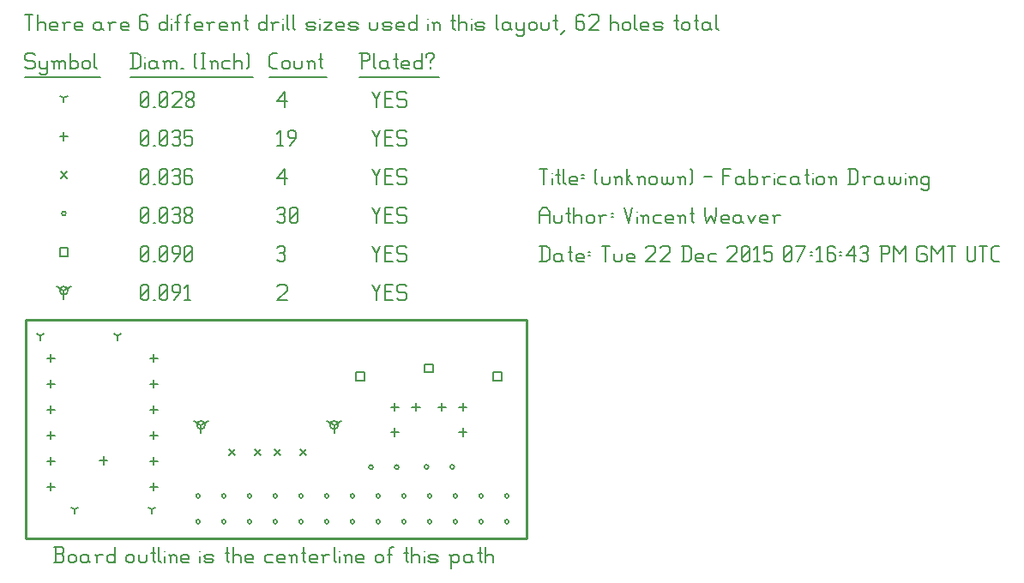
<source format=gbr>
G04 start of page 17 for group -3984 idx -3984 *
G04 Title: (unknown), fab *
G04 Creator: pcb 20140316 *
G04 CreationDate: Tue 22 Dec 2015 07:16:43 PM GMT UTC *
G04 For: vince *
G04 Format: Gerber/RS-274X *
G04 PCB-Dimensions (mil): 1950.00 850.00 *
G04 PCB-Coordinate-Origin: lower left *
%MOIN*%
%FSLAX25Y25*%
%LNFAB*%
%ADD127C,0.0100*%
%ADD126C,0.0075*%
%ADD125C,0.0060*%
%ADD124C,0.0080*%
G54D124*X120050Y44000D02*Y40800D01*
Y44000D02*X122823Y45600D01*
X120050Y44000D02*X117277Y45600D01*
X118450Y44000D02*G75*G03X121650Y44000I1600J0D01*G01*
G75*G03X118450Y44000I-1600J0D01*G01*
X68350D02*Y40800D01*
Y44000D02*X71123Y45600D01*
X68350Y44000D02*X65577Y45600D01*
X66750Y44000D02*G75*G03X69950Y44000I1600J0D01*G01*
G75*G03X66750Y44000I-1600J0D01*G01*
X15000Y96250D02*Y93050D01*
Y96250D02*X17773Y97850D01*
X15000Y96250D02*X12227Y97850D01*
X13400Y96250D02*G75*G03X16600Y96250I1600J0D01*G01*
G75*G03X13400Y96250I-1600J0D01*G01*
G54D125*X135000Y98500D02*X136500Y95500D01*
X138000Y98500D01*
X136500Y95500D02*Y92500D01*
X139800Y95800D02*X142050D01*
X139800Y92500D02*X142800D01*
X139800Y98500D02*Y92500D01*
Y98500D02*X142800D01*
X147600D02*X148350Y97750D01*
X145350Y98500D02*X147600D01*
X144600Y97750D02*X145350Y98500D01*
X144600Y97750D02*Y96250D01*
X145350Y95500D01*
X147600D01*
X148350Y94750D01*
Y93250D01*
X147600Y92500D02*X148350Y93250D01*
X145350Y92500D02*X147600D01*
X144600Y93250D02*X145350Y92500D01*
X98000Y97750D02*X98750Y98500D01*
X101000D01*
X101750Y97750D01*
Y96250D01*
X98000Y92500D02*X101750Y96250D01*
X98000Y92500D02*X101750D01*
X45000Y93250D02*X45750Y92500D01*
X45000Y97750D02*Y93250D01*
Y97750D02*X45750Y98500D01*
X47250D01*
X48000Y97750D01*
Y93250D01*
X47250Y92500D02*X48000Y93250D01*
X45750Y92500D02*X47250D01*
X45000Y94000D02*X48000Y97000D01*
X49800Y92500D02*X50550D01*
X52350Y93250D02*X53100Y92500D01*
X52350Y97750D02*Y93250D01*
Y97750D02*X53100Y98500D01*
X54600D01*
X55350Y97750D01*
Y93250D01*
X54600Y92500D02*X55350Y93250D01*
X53100Y92500D02*X54600D01*
X52350Y94000D02*X55350Y97000D01*
X57900Y92500D02*X60150Y95500D01*
Y97750D02*Y95500D01*
X59400Y98500D02*X60150Y97750D01*
X57900Y98500D02*X59400D01*
X57150Y97750D02*X57900Y98500D01*
X57150Y97750D02*Y96250D01*
X57900Y95500D01*
X60150D01*
X61950Y97300D02*X63150Y98500D01*
Y92500D01*
X61950D02*X64200D01*
X155300Y67600D02*X158500D01*
X155300D02*Y64400D01*
X158500D01*
Y67600D02*Y64400D01*
X128700D02*X131900D01*
X128700D02*Y61200D01*
X131900D01*
Y64400D02*Y61200D01*
X181900Y64400D02*X185100D01*
X181900D02*Y61200D01*
X185100D01*
Y64400D02*Y61200D01*
X13400Y112850D02*X16600D01*
X13400D02*Y109650D01*
X16600D01*
Y112850D02*Y109650D01*
X135000Y113500D02*X136500Y110500D01*
X138000Y113500D01*
X136500Y110500D02*Y107500D01*
X139800Y110800D02*X142050D01*
X139800Y107500D02*X142800D01*
X139800Y113500D02*Y107500D01*
Y113500D02*X142800D01*
X147600D02*X148350Y112750D01*
X145350Y113500D02*X147600D01*
X144600Y112750D02*X145350Y113500D01*
X144600Y112750D02*Y111250D01*
X145350Y110500D01*
X147600D01*
X148350Y109750D01*
Y108250D01*
X147600Y107500D02*X148350Y108250D01*
X145350Y107500D02*X147600D01*
X144600Y108250D02*X145350Y107500D01*
X98000Y112750D02*X98750Y113500D01*
X100250D01*
X101000Y112750D01*
X100250Y107500D02*X101000Y108250D01*
X98750Y107500D02*X100250D01*
X98000Y108250D02*X98750Y107500D01*
Y110800D02*X100250D01*
X101000Y112750D02*Y111550D01*
Y110050D02*Y108250D01*
Y110050D02*X100250Y110800D01*
X101000Y111550D02*X100250Y110800D01*
X45000Y108250D02*X45750Y107500D01*
X45000Y112750D02*Y108250D01*
Y112750D02*X45750Y113500D01*
X47250D01*
X48000Y112750D01*
Y108250D01*
X47250Y107500D02*X48000Y108250D01*
X45750Y107500D02*X47250D01*
X45000Y109000D02*X48000Y112000D01*
X49800Y107500D02*X50550D01*
X52350Y108250D02*X53100Y107500D01*
X52350Y112750D02*Y108250D01*
Y112750D02*X53100Y113500D01*
X54600D01*
X55350Y112750D01*
Y108250D01*
X54600Y107500D02*X55350Y108250D01*
X53100Y107500D02*X54600D01*
X52350Y109000D02*X55350Y112000D01*
X57900Y107500D02*X60150Y110500D01*
Y112750D02*Y110500D01*
X59400Y113500D02*X60150Y112750D01*
X57900Y113500D02*X59400D01*
X57150Y112750D02*X57900Y113500D01*
X57150Y112750D02*Y111250D01*
X57900Y110500D01*
X60150D01*
X61950Y108250D02*X62700Y107500D01*
X61950Y112750D02*Y108250D01*
Y112750D02*X62700Y113500D01*
X64200D01*
X64950Y112750D01*
Y108250D01*
X64200Y107500D02*X64950Y108250D01*
X62700Y107500D02*X64200D01*
X61950Y109000D02*X64950Y112000D01*
X155200Y27700D02*G75*G03X156800Y27700I800J0D01*G01*
G75*G03X155200Y27700I-800J0D01*G01*
X165200D02*G75*G03X166800Y27700I800J0D01*G01*
G75*G03X165200Y27700I-800J0D01*G01*
X133600Y27600D02*G75*G03X135200Y27600I800J0D01*G01*
G75*G03X133600Y27600I-800J0D01*G01*
X143600D02*G75*G03X145200Y27600I800J0D01*G01*
G75*G03X143600Y27600I-800J0D01*G01*
X66400Y6400D02*G75*G03X68000Y6400I800J0D01*G01*
G75*G03X66400Y6400I-800J0D01*G01*
Y16400D02*G75*G03X68000Y16400I800J0D01*G01*
G75*G03X66400Y16400I-800J0D01*G01*
X76400Y6400D02*G75*G03X78000Y6400I800J0D01*G01*
G75*G03X76400Y6400I-800J0D01*G01*
Y16400D02*G75*G03X78000Y16400I800J0D01*G01*
G75*G03X76400Y16400I-800J0D01*G01*
X86400Y6400D02*G75*G03X88000Y6400I800J0D01*G01*
G75*G03X86400Y6400I-800J0D01*G01*
Y16400D02*G75*G03X88000Y16400I800J0D01*G01*
G75*G03X86400Y16400I-800J0D01*G01*
X96400Y6400D02*G75*G03X98000Y6400I800J0D01*G01*
G75*G03X96400Y6400I-800J0D01*G01*
Y16400D02*G75*G03X98000Y16400I800J0D01*G01*
G75*G03X96400Y16400I-800J0D01*G01*
X106400Y6400D02*G75*G03X108000Y6400I800J0D01*G01*
G75*G03X106400Y6400I-800J0D01*G01*
Y16400D02*G75*G03X108000Y16400I800J0D01*G01*
G75*G03X106400Y16400I-800J0D01*G01*
X116400Y6400D02*G75*G03X118000Y6400I800J0D01*G01*
G75*G03X116400Y6400I-800J0D01*G01*
Y16400D02*G75*G03X118000Y16400I800J0D01*G01*
G75*G03X116400Y16400I-800J0D01*G01*
X126400Y6400D02*G75*G03X128000Y6400I800J0D01*G01*
G75*G03X126400Y6400I-800J0D01*G01*
Y16400D02*G75*G03X128000Y16400I800J0D01*G01*
G75*G03X126400Y16400I-800J0D01*G01*
X136400Y6400D02*G75*G03X138000Y6400I800J0D01*G01*
G75*G03X136400Y6400I-800J0D01*G01*
Y16400D02*G75*G03X138000Y16400I800J0D01*G01*
G75*G03X136400Y16400I-800J0D01*G01*
X146400Y6400D02*G75*G03X148000Y6400I800J0D01*G01*
G75*G03X146400Y6400I-800J0D01*G01*
Y16400D02*G75*G03X148000Y16400I800J0D01*G01*
G75*G03X146400Y16400I-800J0D01*G01*
X156400Y6400D02*G75*G03X158000Y6400I800J0D01*G01*
G75*G03X156400Y6400I-800J0D01*G01*
Y16400D02*G75*G03X158000Y16400I800J0D01*G01*
G75*G03X156400Y16400I-800J0D01*G01*
X166400Y6400D02*G75*G03X168000Y6400I800J0D01*G01*
G75*G03X166400Y6400I-800J0D01*G01*
Y16400D02*G75*G03X168000Y16400I800J0D01*G01*
G75*G03X166400Y16400I-800J0D01*G01*
X176400Y6400D02*G75*G03X178000Y6400I800J0D01*G01*
G75*G03X176400Y6400I-800J0D01*G01*
Y16400D02*G75*G03X178000Y16400I800J0D01*G01*
G75*G03X176400Y16400I-800J0D01*G01*
X186400Y6400D02*G75*G03X188000Y6400I800J0D01*G01*
G75*G03X186400Y6400I-800J0D01*G01*
Y16400D02*G75*G03X188000Y16400I800J0D01*G01*
G75*G03X186400Y16400I-800J0D01*G01*
X14200Y126250D02*G75*G03X15800Y126250I800J0D01*G01*
G75*G03X14200Y126250I-800J0D01*G01*
X135000Y128500D02*X136500Y125500D01*
X138000Y128500D01*
X136500Y125500D02*Y122500D01*
X139800Y125800D02*X142050D01*
X139800Y122500D02*X142800D01*
X139800Y128500D02*Y122500D01*
Y128500D02*X142800D01*
X147600D02*X148350Y127750D01*
X145350Y128500D02*X147600D01*
X144600Y127750D02*X145350Y128500D01*
X144600Y127750D02*Y126250D01*
X145350Y125500D01*
X147600D01*
X148350Y124750D01*
Y123250D01*
X147600Y122500D02*X148350Y123250D01*
X145350Y122500D02*X147600D01*
X144600Y123250D02*X145350Y122500D01*
X98000Y127750D02*X98750Y128500D01*
X100250D01*
X101000Y127750D01*
X100250Y122500D02*X101000Y123250D01*
X98750Y122500D02*X100250D01*
X98000Y123250D02*X98750Y122500D01*
Y125800D02*X100250D01*
X101000Y127750D02*Y126550D01*
Y125050D02*Y123250D01*
Y125050D02*X100250Y125800D01*
X101000Y126550D02*X100250Y125800D01*
X102800Y123250D02*X103550Y122500D01*
X102800Y127750D02*Y123250D01*
Y127750D02*X103550Y128500D01*
X105050D01*
X105800Y127750D01*
Y123250D01*
X105050Y122500D02*X105800Y123250D01*
X103550Y122500D02*X105050D01*
X102800Y124000D02*X105800Y127000D01*
X45000Y123250D02*X45750Y122500D01*
X45000Y127750D02*Y123250D01*
Y127750D02*X45750Y128500D01*
X47250D01*
X48000Y127750D01*
Y123250D01*
X47250Y122500D02*X48000Y123250D01*
X45750Y122500D02*X47250D01*
X45000Y124000D02*X48000Y127000D01*
X49800Y122500D02*X50550D01*
X52350Y123250D02*X53100Y122500D01*
X52350Y127750D02*Y123250D01*
Y127750D02*X53100Y128500D01*
X54600D01*
X55350Y127750D01*
Y123250D01*
X54600Y122500D02*X55350Y123250D01*
X53100Y122500D02*X54600D01*
X52350Y124000D02*X55350Y127000D01*
X57150Y127750D02*X57900Y128500D01*
X59400D01*
X60150Y127750D01*
X59400Y122500D02*X60150Y123250D01*
X57900Y122500D02*X59400D01*
X57150Y123250D02*X57900Y122500D01*
Y125800D02*X59400D01*
X60150Y127750D02*Y126550D01*
Y125050D02*Y123250D01*
Y125050D02*X59400Y125800D01*
X60150Y126550D02*X59400Y125800D01*
X61950Y123250D02*X62700Y122500D01*
X61950Y124450D02*Y123250D01*
Y124450D02*X63000Y125500D01*
X63900D01*
X64950Y124450D01*
Y123250D01*
X64200Y122500D02*X64950Y123250D01*
X62700Y122500D02*X64200D01*
X61950Y126550D02*X63000Y125500D01*
X61950Y127750D02*Y126550D01*
Y127750D02*X62700Y128500D01*
X64200D01*
X64950Y127750D01*
Y126550D01*
X63900Y125500D02*X64950Y126550D01*
X106750Y34500D02*X109150Y32100D01*
X106750D02*X109150Y34500D01*
X96950D02*X99350Y32100D01*
X96950D02*X99350Y34500D01*
X89050D02*X91450Y32100D01*
X89050D02*X91450Y34500D01*
X79250D02*X81650Y32100D01*
X79250D02*X81650Y34500D01*
X13800Y142450D02*X16200Y140050D01*
X13800D02*X16200Y142450D01*
X135000Y143500D02*X136500Y140500D01*
X138000Y143500D01*
X136500Y140500D02*Y137500D01*
X139800Y140800D02*X142050D01*
X139800Y137500D02*X142800D01*
X139800Y143500D02*Y137500D01*
Y143500D02*X142800D01*
X147600D02*X148350Y142750D01*
X145350Y143500D02*X147600D01*
X144600Y142750D02*X145350Y143500D01*
X144600Y142750D02*Y141250D01*
X145350Y140500D01*
X147600D01*
X148350Y139750D01*
Y138250D01*
X147600Y137500D02*X148350Y138250D01*
X145350Y137500D02*X147600D01*
X144600Y138250D02*X145350Y137500D01*
X98000Y139750D02*X101000Y143500D01*
X98000Y139750D02*X101750D01*
X101000Y143500D02*Y137500D01*
X45000Y138250D02*X45750Y137500D01*
X45000Y142750D02*Y138250D01*
Y142750D02*X45750Y143500D01*
X47250D01*
X48000Y142750D01*
Y138250D01*
X47250Y137500D02*X48000Y138250D01*
X45750Y137500D02*X47250D01*
X45000Y139000D02*X48000Y142000D01*
X49800Y137500D02*X50550D01*
X52350Y138250D02*X53100Y137500D01*
X52350Y142750D02*Y138250D01*
Y142750D02*X53100Y143500D01*
X54600D01*
X55350Y142750D01*
Y138250D01*
X54600Y137500D02*X55350Y138250D01*
X53100Y137500D02*X54600D01*
X52350Y139000D02*X55350Y142000D01*
X57150Y142750D02*X57900Y143500D01*
X59400D01*
X60150Y142750D01*
X59400Y137500D02*X60150Y138250D01*
X57900Y137500D02*X59400D01*
X57150Y138250D02*X57900Y137500D01*
Y140800D02*X59400D01*
X60150Y142750D02*Y141550D01*
Y140050D02*Y138250D01*
Y140050D02*X59400Y140800D01*
X60150Y141550D02*X59400Y140800D01*
X64200Y143500D02*X64950Y142750D01*
X62700Y143500D02*X64200D01*
X61950Y142750D02*X62700Y143500D01*
X61950Y142750D02*Y138250D01*
X62700Y137500D01*
X64200Y140800D02*X64950Y140050D01*
X61950Y140800D02*X64200D01*
X62700Y137500D02*X64200D01*
X64950Y138250D01*
Y140050D02*Y138250D01*
X151800Y52600D02*Y49400D01*
X150200Y51000D02*X153400D01*
X143700Y52600D02*Y49400D01*
X142100Y51000D02*X145300D01*
X143700Y42800D02*Y39600D01*
X142100Y41200D02*X145300D01*
X162000Y52600D02*Y49400D01*
X160400Y51000D02*X163600D01*
X170100Y52600D02*Y49400D01*
X168500Y51000D02*X171700D01*
X170100Y42800D02*Y39600D01*
X168500Y41200D02*X171700D01*
X10000Y71600D02*Y68400D01*
X8400Y70000D02*X11600D01*
X10000Y61600D02*Y58400D01*
X8400Y60000D02*X11600D01*
X10000Y51600D02*Y48400D01*
X8400Y50000D02*X11600D01*
X10000Y41600D02*Y38400D01*
X8400Y40000D02*X11600D01*
X10000Y31600D02*Y28400D01*
X8400Y30000D02*X11600D01*
X10000Y21600D02*Y18400D01*
X8400Y20000D02*X11600D01*
X50000Y21600D02*Y18400D01*
X48400Y20000D02*X51600D01*
X50000Y31600D02*Y28400D01*
X48400Y30000D02*X51600D01*
X50000Y41600D02*Y38400D01*
X48400Y40000D02*X51600D01*
X50000Y51600D02*Y48400D01*
X48400Y50000D02*X51600D01*
X50000Y61600D02*Y58400D01*
X48400Y60000D02*X51600D01*
X50000Y71600D02*Y68400D01*
X48400Y70000D02*X51600D01*
X30400Y31900D02*Y28700D01*
X28800Y30300D02*X32000D01*
X15000Y157850D02*Y154650D01*
X13400Y156250D02*X16600D01*
X135000Y158500D02*X136500Y155500D01*
X138000Y158500D01*
X136500Y155500D02*Y152500D01*
X139800Y155800D02*X142050D01*
X139800Y152500D02*X142800D01*
X139800Y158500D02*Y152500D01*
Y158500D02*X142800D01*
X147600D02*X148350Y157750D01*
X145350Y158500D02*X147600D01*
X144600Y157750D02*X145350Y158500D01*
X144600Y157750D02*Y156250D01*
X145350Y155500D01*
X147600D01*
X148350Y154750D01*
Y153250D01*
X147600Y152500D02*X148350Y153250D01*
X145350Y152500D02*X147600D01*
X144600Y153250D02*X145350Y152500D01*
X98000Y157300D02*X99200Y158500D01*
Y152500D01*
X98000D02*X100250D01*
X102800D02*X105050Y155500D01*
Y157750D02*Y155500D01*
X104300Y158500D02*X105050Y157750D01*
X102800Y158500D02*X104300D01*
X102050Y157750D02*X102800Y158500D01*
X102050Y157750D02*Y156250D01*
X102800Y155500D01*
X105050D01*
X45000Y153250D02*X45750Y152500D01*
X45000Y157750D02*Y153250D01*
Y157750D02*X45750Y158500D01*
X47250D01*
X48000Y157750D01*
Y153250D01*
X47250Y152500D02*X48000Y153250D01*
X45750Y152500D02*X47250D01*
X45000Y154000D02*X48000Y157000D01*
X49800Y152500D02*X50550D01*
X52350Y153250D02*X53100Y152500D01*
X52350Y157750D02*Y153250D01*
Y157750D02*X53100Y158500D01*
X54600D01*
X55350Y157750D01*
Y153250D01*
X54600Y152500D02*X55350Y153250D01*
X53100Y152500D02*X54600D01*
X52350Y154000D02*X55350Y157000D01*
X57150Y157750D02*X57900Y158500D01*
X59400D01*
X60150Y157750D01*
X59400Y152500D02*X60150Y153250D01*
X57900Y152500D02*X59400D01*
X57150Y153250D02*X57900Y152500D01*
Y155800D02*X59400D01*
X60150Y157750D02*Y156550D01*
Y155050D02*Y153250D01*
Y155050D02*X59400Y155800D01*
X60150Y156550D02*X59400Y155800D01*
X61950Y158500D02*X64950D01*
X61950D02*Y155500D01*
X62700Y156250D01*
X64200D01*
X64950Y155500D01*
Y153250D01*
X64200Y152500D02*X64950Y153250D01*
X62700Y152500D02*X64200D01*
X61950Y153250D02*X62700Y152500D01*
X49200Y11200D02*Y9600D01*
Y11200D02*X50587Y12000D01*
X49200Y11200D02*X47813Y12000D01*
X19200Y11200D02*Y9600D01*
Y11200D02*X20587Y12000D01*
X19200Y11200D02*X17813Y12000D01*
X35900Y78600D02*Y77000D01*
Y78600D02*X37287Y79400D01*
X35900Y78600D02*X34513Y79400D01*
X5900Y78600D02*Y77000D01*
Y78600D02*X7287Y79400D01*
X5900Y78600D02*X4513Y79400D01*
X15000Y171250D02*Y169650D01*
Y171250D02*X16387Y172050D01*
X15000Y171250D02*X13613Y172050D01*
X135000Y173500D02*X136500Y170500D01*
X138000Y173500D01*
X136500Y170500D02*Y167500D01*
X139800Y170800D02*X142050D01*
X139800Y167500D02*X142800D01*
X139800Y173500D02*Y167500D01*
Y173500D02*X142800D01*
X147600D02*X148350Y172750D01*
X145350Y173500D02*X147600D01*
X144600Y172750D02*X145350Y173500D01*
X144600Y172750D02*Y171250D01*
X145350Y170500D01*
X147600D01*
X148350Y169750D01*
Y168250D01*
X147600Y167500D02*X148350Y168250D01*
X145350Y167500D02*X147600D01*
X144600Y168250D02*X145350Y167500D01*
X98000Y169750D02*X101000Y173500D01*
X98000Y169750D02*X101750D01*
X101000Y173500D02*Y167500D01*
X45000Y168250D02*X45750Y167500D01*
X45000Y172750D02*Y168250D01*
Y172750D02*X45750Y173500D01*
X47250D01*
X48000Y172750D01*
Y168250D01*
X47250Y167500D02*X48000Y168250D01*
X45750Y167500D02*X47250D01*
X45000Y169000D02*X48000Y172000D01*
X49800Y167500D02*X50550D01*
X52350Y168250D02*X53100Y167500D01*
X52350Y172750D02*Y168250D01*
Y172750D02*X53100Y173500D01*
X54600D01*
X55350Y172750D01*
Y168250D01*
X54600Y167500D02*X55350Y168250D01*
X53100Y167500D02*X54600D01*
X52350Y169000D02*X55350Y172000D01*
X57150Y172750D02*X57900Y173500D01*
X60150D01*
X60900Y172750D01*
Y171250D01*
X57150Y167500D02*X60900Y171250D01*
X57150Y167500D02*X60900D01*
X62700Y168250D02*X63450Y167500D01*
X62700Y169450D02*Y168250D01*
Y169450D02*X63750Y170500D01*
X64650D01*
X65700Y169450D01*
Y168250D01*
X64950Y167500D02*X65700Y168250D01*
X63450Y167500D02*X64950D01*
X62700Y171550D02*X63750Y170500D01*
X62700Y172750D02*Y171550D01*
Y172750D02*X63450Y173500D01*
X64950D01*
X65700Y172750D01*
Y171550D01*
X64650Y170500D02*X65700Y171550D01*
X3000Y188500D02*X3750Y187750D01*
X750Y188500D02*X3000D01*
X0Y187750D02*X750Y188500D01*
X0Y187750D02*Y186250D01*
X750Y185500D01*
X3000D01*
X3750Y184750D01*
Y183250D01*
X3000Y182500D02*X3750Y183250D01*
X750Y182500D02*X3000D01*
X0Y183250D02*X750Y182500D01*
X5550Y185500D02*Y183250D01*
X6300Y182500D01*
X8550Y185500D02*Y181000D01*
X7800Y180250D02*X8550Y181000D01*
X6300Y180250D02*X7800D01*
X5550Y181000D02*X6300Y180250D01*
Y182500D02*X7800D01*
X8550Y183250D01*
X11100Y184750D02*Y182500D01*
Y184750D02*X11850Y185500D01*
X12600D01*
X13350Y184750D01*
Y182500D01*
Y184750D02*X14100Y185500D01*
X14850D01*
X15600Y184750D01*
Y182500D01*
X10350Y185500D02*X11100Y184750D01*
X17400Y188500D02*Y182500D01*
Y183250D02*X18150Y182500D01*
X19650D01*
X20400Y183250D01*
Y184750D02*Y183250D01*
X19650Y185500D02*X20400Y184750D01*
X18150Y185500D02*X19650D01*
X17400Y184750D02*X18150Y185500D01*
X22200Y184750D02*Y183250D01*
Y184750D02*X22950Y185500D01*
X24450D01*
X25200Y184750D01*
Y183250D01*
X24450Y182500D02*X25200Y183250D01*
X22950Y182500D02*X24450D01*
X22200Y183250D02*X22950Y182500D01*
X27000Y188500D02*Y183250D01*
X27750Y182500D01*
X0Y179250D02*X29250D01*
X41750Y188500D02*Y182500D01*
X43700Y188500D02*X44750Y187450D01*
Y183550D01*
X43700Y182500D02*X44750Y183550D01*
X41000Y182500D02*X43700D01*
X41000Y188500D02*X43700D01*
G54D126*X46550Y187000D02*Y186850D01*
G54D125*Y184750D02*Y182500D01*
X50300Y185500D02*X51050Y184750D01*
X48800Y185500D02*X50300D01*
X48050Y184750D02*X48800Y185500D01*
X48050Y184750D02*Y183250D01*
X48800Y182500D01*
X51050Y185500D02*Y183250D01*
X51800Y182500D01*
X48800D02*X50300D01*
X51050Y183250D01*
X54350Y184750D02*Y182500D01*
Y184750D02*X55100Y185500D01*
X55850D01*
X56600Y184750D01*
Y182500D01*
Y184750D02*X57350Y185500D01*
X58100D01*
X58850Y184750D01*
Y182500D01*
X53600Y185500D02*X54350Y184750D01*
X60650Y182500D02*X61400D01*
X65900Y183250D02*X66650Y182500D01*
X65900Y187750D02*X66650Y188500D01*
X65900Y187750D02*Y183250D01*
X68450Y188500D02*X69950D01*
X69200D02*Y182500D01*
X68450D02*X69950D01*
X72500Y184750D02*Y182500D01*
Y184750D02*X73250Y185500D01*
X74000D01*
X74750Y184750D01*
Y182500D01*
X71750Y185500D02*X72500Y184750D01*
X77300Y185500D02*X79550D01*
X76550Y184750D02*X77300Y185500D01*
X76550Y184750D02*Y183250D01*
X77300Y182500D01*
X79550D01*
X81350Y188500D02*Y182500D01*
Y184750D02*X82100Y185500D01*
X83600D01*
X84350Y184750D01*
Y182500D01*
X86150Y188500D02*X86900Y187750D01*
Y183250D01*
X86150Y182500D02*X86900Y183250D01*
X41000Y179250D02*X88700D01*
X96050Y182500D02*X98000D01*
X95000Y183550D02*X96050Y182500D01*
X95000Y187450D02*Y183550D01*
Y187450D02*X96050Y188500D01*
X98000D01*
X99800Y184750D02*Y183250D01*
Y184750D02*X100550Y185500D01*
X102050D01*
X102800Y184750D01*
Y183250D01*
X102050Y182500D02*X102800Y183250D01*
X100550Y182500D02*X102050D01*
X99800Y183250D02*X100550Y182500D01*
X104600Y185500D02*Y183250D01*
X105350Y182500D01*
X106850D01*
X107600Y183250D01*
Y185500D02*Y183250D01*
X110150Y184750D02*Y182500D01*
Y184750D02*X110900Y185500D01*
X111650D01*
X112400Y184750D01*
Y182500D01*
X109400Y185500D02*X110150Y184750D01*
X114950Y188500D02*Y183250D01*
X115700Y182500D01*
X114200Y186250D02*X115700D01*
X95000Y179250D02*X117200D01*
X130750Y188500D02*Y182500D01*
X130000Y188500D02*X133000D01*
X133750Y187750D01*
Y186250D01*
X133000Y185500D02*X133750Y186250D01*
X130750Y185500D02*X133000D01*
X135550Y188500D02*Y183250D01*
X136300Y182500D01*
X140050Y185500D02*X140800Y184750D01*
X138550Y185500D02*X140050D01*
X137800Y184750D02*X138550Y185500D01*
X137800Y184750D02*Y183250D01*
X138550Y182500D01*
X140800Y185500D02*Y183250D01*
X141550Y182500D01*
X138550D02*X140050D01*
X140800Y183250D01*
X144100Y188500D02*Y183250D01*
X144850Y182500D01*
X143350Y186250D02*X144850D01*
X147100Y182500D02*X149350D01*
X146350Y183250D02*X147100Y182500D01*
X146350Y184750D02*Y183250D01*
Y184750D02*X147100Y185500D01*
X148600D01*
X149350Y184750D01*
X146350Y184000D02*X149350D01*
Y184750D02*Y184000D01*
X154150Y188500D02*Y182500D01*
X153400D02*X154150Y183250D01*
X151900Y182500D02*X153400D01*
X151150Y183250D02*X151900Y182500D01*
X151150Y184750D02*Y183250D01*
Y184750D02*X151900Y185500D01*
X153400D01*
X154150Y184750D01*
X157450Y185500D02*Y184750D01*
Y183250D02*Y182500D01*
X155950Y187750D02*Y187000D01*
Y187750D02*X156700Y188500D01*
X158200D01*
X158950Y187750D01*
Y187000D01*
X157450Y185500D02*X158950Y187000D01*
X130000Y179250D02*X160750D01*
X0Y203500D02*X3000D01*
X1500D02*Y197500D01*
X4800Y203500D02*Y197500D01*
Y199750D02*X5550Y200500D01*
X7050D01*
X7800Y199750D01*
Y197500D01*
X10350D02*X12600D01*
X9600Y198250D02*X10350Y197500D01*
X9600Y199750D02*Y198250D01*
Y199750D02*X10350Y200500D01*
X11850D01*
X12600Y199750D01*
X9600Y199000D02*X12600D01*
Y199750D02*Y199000D01*
X15150Y199750D02*Y197500D01*
Y199750D02*X15900Y200500D01*
X17400D01*
X14400D02*X15150Y199750D01*
X19950Y197500D02*X22200D01*
X19200Y198250D02*X19950Y197500D01*
X19200Y199750D02*Y198250D01*
Y199750D02*X19950Y200500D01*
X21450D01*
X22200Y199750D01*
X19200Y199000D02*X22200D01*
Y199750D02*Y199000D01*
X28950Y200500D02*X29700Y199750D01*
X27450Y200500D02*X28950D01*
X26700Y199750D02*X27450Y200500D01*
X26700Y199750D02*Y198250D01*
X27450Y197500D01*
X29700Y200500D02*Y198250D01*
X30450Y197500D01*
X27450D02*X28950D01*
X29700Y198250D01*
X33000Y199750D02*Y197500D01*
Y199750D02*X33750Y200500D01*
X35250D01*
X32250D02*X33000Y199750D01*
X37800Y197500D02*X40050D01*
X37050Y198250D02*X37800Y197500D01*
X37050Y199750D02*Y198250D01*
Y199750D02*X37800Y200500D01*
X39300D01*
X40050Y199750D01*
X37050Y199000D02*X40050D01*
Y199750D02*Y199000D01*
X46800Y203500D02*X47550Y202750D01*
X45300Y203500D02*X46800D01*
X44550Y202750D02*X45300Y203500D01*
X44550Y202750D02*Y198250D01*
X45300Y197500D01*
X46800Y200800D02*X47550Y200050D01*
X44550Y200800D02*X46800D01*
X45300Y197500D02*X46800D01*
X47550Y198250D01*
Y200050D02*Y198250D01*
X55050Y203500D02*Y197500D01*
X54300D02*X55050Y198250D01*
X52800Y197500D02*X54300D01*
X52050Y198250D02*X52800Y197500D01*
X52050Y199750D02*Y198250D01*
Y199750D02*X52800Y200500D01*
X54300D01*
X55050Y199750D01*
G54D126*X56850Y202000D02*Y201850D01*
G54D125*Y199750D02*Y197500D01*
X59100Y202750D02*Y197500D01*
Y202750D02*X59850Y203500D01*
X60600D01*
X58350Y200500D02*X59850D01*
X62850Y202750D02*Y197500D01*
Y202750D02*X63600Y203500D01*
X64350D01*
X62100Y200500D02*X63600D01*
X66600Y197500D02*X68850D01*
X65850Y198250D02*X66600Y197500D01*
X65850Y199750D02*Y198250D01*
Y199750D02*X66600Y200500D01*
X68100D01*
X68850Y199750D01*
X65850Y199000D02*X68850D01*
Y199750D02*Y199000D01*
X71400Y199750D02*Y197500D01*
Y199750D02*X72150Y200500D01*
X73650D01*
X70650D02*X71400Y199750D01*
X76200Y197500D02*X78450D01*
X75450Y198250D02*X76200Y197500D01*
X75450Y199750D02*Y198250D01*
Y199750D02*X76200Y200500D01*
X77700D01*
X78450Y199750D01*
X75450Y199000D02*X78450D01*
Y199750D02*Y199000D01*
X81000Y199750D02*Y197500D01*
Y199750D02*X81750Y200500D01*
X82500D01*
X83250Y199750D01*
Y197500D01*
X80250Y200500D02*X81000Y199750D01*
X85800Y203500D02*Y198250D01*
X86550Y197500D01*
X85050Y201250D02*X86550D01*
X93750Y203500D02*Y197500D01*
X93000D02*X93750Y198250D01*
X91500Y197500D02*X93000D01*
X90750Y198250D02*X91500Y197500D01*
X90750Y199750D02*Y198250D01*
Y199750D02*X91500Y200500D01*
X93000D01*
X93750Y199750D01*
X96300D02*Y197500D01*
Y199750D02*X97050Y200500D01*
X98550D01*
X95550D02*X96300Y199750D01*
G54D126*X100350Y202000D02*Y201850D01*
G54D125*Y199750D02*Y197500D01*
X101850Y203500D02*Y198250D01*
X102600Y197500D01*
X104100Y203500D02*Y198250D01*
X104850Y197500D01*
X109800D02*X112050D01*
X112800Y198250D01*
X112050Y199000D02*X112800Y198250D01*
X109800Y199000D02*X112050D01*
X109050Y199750D02*X109800Y199000D01*
X109050Y199750D02*X109800Y200500D01*
X112050D01*
X112800Y199750D01*
X109050Y198250D02*X109800Y197500D01*
G54D126*X114600Y202000D02*Y201850D01*
G54D125*Y199750D02*Y197500D01*
X116100Y200500D02*X119100D01*
X116100Y197500D02*X119100Y200500D01*
X116100Y197500D02*X119100D01*
X121650D02*X123900D01*
X120900Y198250D02*X121650Y197500D01*
X120900Y199750D02*Y198250D01*
Y199750D02*X121650Y200500D01*
X123150D01*
X123900Y199750D01*
X120900Y199000D02*X123900D01*
Y199750D02*Y199000D01*
X126450Y197500D02*X128700D01*
X129450Y198250D01*
X128700Y199000D02*X129450Y198250D01*
X126450Y199000D02*X128700D01*
X125700Y199750D02*X126450Y199000D01*
X125700Y199750D02*X126450Y200500D01*
X128700D01*
X129450Y199750D01*
X125700Y198250D02*X126450Y197500D01*
X133950Y200500D02*Y198250D01*
X134700Y197500D01*
X136200D01*
X136950Y198250D01*
Y200500D02*Y198250D01*
X139500Y197500D02*X141750D01*
X142500Y198250D01*
X141750Y199000D02*X142500Y198250D01*
X139500Y199000D02*X141750D01*
X138750Y199750D02*X139500Y199000D01*
X138750Y199750D02*X139500Y200500D01*
X141750D01*
X142500Y199750D01*
X138750Y198250D02*X139500Y197500D01*
X145050D02*X147300D01*
X144300Y198250D02*X145050Y197500D01*
X144300Y199750D02*Y198250D01*
Y199750D02*X145050Y200500D01*
X146550D01*
X147300Y199750D01*
X144300Y199000D02*X147300D01*
Y199750D02*Y199000D01*
X152100Y203500D02*Y197500D01*
X151350D02*X152100Y198250D01*
X149850Y197500D02*X151350D01*
X149100Y198250D02*X149850Y197500D01*
X149100Y199750D02*Y198250D01*
Y199750D02*X149850Y200500D01*
X151350D01*
X152100Y199750D01*
G54D126*X156600Y202000D02*Y201850D01*
G54D125*Y199750D02*Y197500D01*
X158850Y199750D02*Y197500D01*
Y199750D02*X159600Y200500D01*
X160350D01*
X161100Y199750D01*
Y197500D01*
X158100Y200500D02*X158850Y199750D01*
X166350Y203500D02*Y198250D01*
X167100Y197500D01*
X165600Y201250D02*X167100D01*
X168600Y203500D02*Y197500D01*
Y199750D02*X169350Y200500D01*
X170850D01*
X171600Y199750D01*
Y197500D01*
G54D126*X173400Y202000D02*Y201850D01*
G54D125*Y199750D02*Y197500D01*
X175650D02*X177900D01*
X178650Y198250D01*
X177900Y199000D02*X178650Y198250D01*
X175650Y199000D02*X177900D01*
X174900Y199750D02*X175650Y199000D01*
X174900Y199750D02*X175650Y200500D01*
X177900D01*
X178650Y199750D01*
X174900Y198250D02*X175650Y197500D01*
X183150Y203500D02*Y198250D01*
X183900Y197500D01*
X187650Y200500D02*X188400Y199750D01*
X186150Y200500D02*X187650D01*
X185400Y199750D02*X186150Y200500D01*
X185400Y199750D02*Y198250D01*
X186150Y197500D01*
X188400Y200500D02*Y198250D01*
X189150Y197500D01*
X186150D02*X187650D01*
X188400Y198250D01*
X190950Y200500D02*Y198250D01*
X191700Y197500D01*
X193950Y200500D02*Y196000D01*
X193200Y195250D02*X193950Y196000D01*
X191700Y195250D02*X193200D01*
X190950Y196000D02*X191700Y195250D01*
Y197500D02*X193200D01*
X193950Y198250D01*
X195750Y199750D02*Y198250D01*
Y199750D02*X196500Y200500D01*
X198000D01*
X198750Y199750D01*
Y198250D01*
X198000Y197500D02*X198750Y198250D01*
X196500Y197500D02*X198000D01*
X195750Y198250D02*X196500Y197500D01*
X200550Y200500D02*Y198250D01*
X201300Y197500D01*
X202800D01*
X203550Y198250D01*
Y200500D02*Y198250D01*
X206100Y203500D02*Y198250D01*
X206850Y197500D01*
X205350Y201250D02*X206850D01*
X208350Y196000D02*X209850Y197500D01*
X216600Y203500D02*X217350Y202750D01*
X215100Y203500D02*X216600D01*
X214350Y202750D02*X215100Y203500D01*
X214350Y202750D02*Y198250D01*
X215100Y197500D01*
X216600Y200800D02*X217350Y200050D01*
X214350Y200800D02*X216600D01*
X215100Y197500D02*X216600D01*
X217350Y198250D01*
Y200050D02*Y198250D01*
X219150Y202750D02*X219900Y203500D01*
X222150D01*
X222900Y202750D01*
Y201250D01*
X219150Y197500D02*X222900Y201250D01*
X219150Y197500D02*X222900D01*
X227400Y203500D02*Y197500D01*
Y199750D02*X228150Y200500D01*
X229650D01*
X230400Y199750D01*
Y197500D01*
X232200Y199750D02*Y198250D01*
Y199750D02*X232950Y200500D01*
X234450D01*
X235200Y199750D01*
Y198250D01*
X234450Y197500D02*X235200Y198250D01*
X232950Y197500D02*X234450D01*
X232200Y198250D02*X232950Y197500D01*
X237000Y203500D02*Y198250D01*
X237750Y197500D01*
X240000D02*X242250D01*
X239250Y198250D02*X240000Y197500D01*
X239250Y199750D02*Y198250D01*
Y199750D02*X240000Y200500D01*
X241500D01*
X242250Y199750D01*
X239250Y199000D02*X242250D01*
Y199750D02*Y199000D01*
X244800Y197500D02*X247050D01*
X247800Y198250D01*
X247050Y199000D02*X247800Y198250D01*
X244800Y199000D02*X247050D01*
X244050Y199750D02*X244800Y199000D01*
X244050Y199750D02*X244800Y200500D01*
X247050D01*
X247800Y199750D01*
X244050Y198250D02*X244800Y197500D01*
X253050Y203500D02*Y198250D01*
X253800Y197500D01*
X252300Y201250D02*X253800D01*
X255300Y199750D02*Y198250D01*
Y199750D02*X256050Y200500D01*
X257550D01*
X258300Y199750D01*
Y198250D01*
X257550Y197500D02*X258300Y198250D01*
X256050Y197500D02*X257550D01*
X255300Y198250D02*X256050Y197500D01*
X260850Y203500D02*Y198250D01*
X261600Y197500D01*
X260100Y201250D02*X261600D01*
X265350Y200500D02*X266100Y199750D01*
X263850Y200500D02*X265350D01*
X263100Y199750D02*X263850Y200500D01*
X263100Y199750D02*Y198250D01*
X263850Y197500D01*
X266100Y200500D02*Y198250D01*
X266850Y197500D01*
X263850D02*X265350D01*
X266100Y198250D01*
X268650Y203500D02*Y198250D01*
X269400Y197500D01*
G54D127*X300Y84700D02*Y0D01*
X195000D01*
Y85000D01*
X300D01*
G54D125*X11175Y-9500D02*X14175D01*
X14925Y-8750D01*
Y-6950D02*Y-8750D01*
X14175Y-6200D02*X14925Y-6950D01*
X11925Y-6200D02*X14175D01*
X11925Y-3500D02*Y-9500D01*
X11175Y-3500D02*X14175D01*
X14925Y-4250D01*
Y-5450D01*
X14175Y-6200D02*X14925Y-5450D01*
X16725Y-7250D02*Y-8750D01*
Y-7250D02*X17475Y-6500D01*
X18975D01*
X19725Y-7250D01*
Y-8750D01*
X18975Y-9500D02*X19725Y-8750D01*
X17475Y-9500D02*X18975D01*
X16725Y-8750D02*X17475Y-9500D01*
X23775Y-6500D02*X24525Y-7250D01*
X22275Y-6500D02*X23775D01*
X21525Y-7250D02*X22275Y-6500D01*
X21525Y-7250D02*Y-8750D01*
X22275Y-9500D01*
X24525Y-6500D02*Y-8750D01*
X25275Y-9500D01*
X22275D02*X23775D01*
X24525Y-8750D01*
X27825Y-7250D02*Y-9500D01*
Y-7250D02*X28575Y-6500D01*
X30075D01*
X27075D02*X27825Y-7250D01*
X34875Y-3500D02*Y-9500D01*
X34125D02*X34875Y-8750D01*
X32625Y-9500D02*X34125D01*
X31875Y-8750D02*X32625Y-9500D01*
X31875Y-7250D02*Y-8750D01*
Y-7250D02*X32625Y-6500D01*
X34125D01*
X34875Y-7250D01*
X39375D02*Y-8750D01*
Y-7250D02*X40125Y-6500D01*
X41625D01*
X42375Y-7250D01*
Y-8750D01*
X41625Y-9500D02*X42375Y-8750D01*
X40125Y-9500D02*X41625D01*
X39375Y-8750D02*X40125Y-9500D01*
X44175Y-6500D02*Y-8750D01*
X44925Y-9500D01*
X46425D01*
X47175Y-8750D01*
Y-6500D02*Y-8750D01*
X49725Y-3500D02*Y-8750D01*
X50475Y-9500D01*
X48975Y-5750D02*X50475D01*
X51975Y-3500D02*Y-8750D01*
X52725Y-9500D01*
G54D126*X54225Y-5000D02*Y-5150D01*
G54D125*Y-7250D02*Y-9500D01*
X56475Y-7250D02*Y-9500D01*
Y-7250D02*X57225Y-6500D01*
X57975D01*
X58725Y-7250D01*
Y-9500D01*
X55725Y-6500D02*X56475Y-7250D01*
X61275Y-9500D02*X63525D01*
X60525Y-8750D02*X61275Y-9500D01*
X60525Y-7250D02*Y-8750D01*
Y-7250D02*X61275Y-6500D01*
X62775D01*
X63525Y-7250D01*
X60525Y-8000D02*X63525D01*
Y-7250D02*Y-8000D01*
G54D126*X68025Y-5000D02*Y-5150D01*
G54D125*Y-7250D02*Y-9500D01*
X70275D02*X72525D01*
X73275Y-8750D01*
X72525Y-8000D02*X73275Y-8750D01*
X70275Y-8000D02*X72525D01*
X69525Y-7250D02*X70275Y-8000D01*
X69525Y-7250D02*X70275Y-6500D01*
X72525D01*
X73275Y-7250D01*
X69525Y-8750D02*X70275Y-9500D01*
X78525Y-3500D02*Y-8750D01*
X79275Y-9500D01*
X77775Y-5750D02*X79275D01*
X80775Y-3500D02*Y-9500D01*
Y-7250D02*X81525Y-6500D01*
X83025D01*
X83775Y-7250D01*
Y-9500D01*
X86325D02*X88575D01*
X85575Y-8750D02*X86325Y-9500D01*
X85575Y-7250D02*Y-8750D01*
Y-7250D02*X86325Y-6500D01*
X87825D01*
X88575Y-7250D01*
X85575Y-8000D02*X88575D01*
Y-7250D02*Y-8000D01*
X93825Y-6500D02*X96075D01*
X93075Y-7250D02*X93825Y-6500D01*
X93075Y-7250D02*Y-8750D01*
X93825Y-9500D01*
X96075D01*
X98625D02*X100875D01*
X97875Y-8750D02*X98625Y-9500D01*
X97875Y-7250D02*Y-8750D01*
Y-7250D02*X98625Y-6500D01*
X100125D01*
X100875Y-7250D01*
X97875Y-8000D02*X100875D01*
Y-7250D02*Y-8000D01*
X103425Y-7250D02*Y-9500D01*
Y-7250D02*X104175Y-6500D01*
X104925D01*
X105675Y-7250D01*
Y-9500D01*
X102675Y-6500D02*X103425Y-7250D01*
X108225Y-3500D02*Y-8750D01*
X108975Y-9500D01*
X107475Y-5750D02*X108975D01*
X111225Y-9500D02*X113475D01*
X110475Y-8750D02*X111225Y-9500D01*
X110475Y-7250D02*Y-8750D01*
Y-7250D02*X111225Y-6500D01*
X112725D01*
X113475Y-7250D01*
X110475Y-8000D02*X113475D01*
Y-7250D02*Y-8000D01*
X116025Y-7250D02*Y-9500D01*
Y-7250D02*X116775Y-6500D01*
X118275D01*
X115275D02*X116025Y-7250D01*
X120075Y-3500D02*Y-8750D01*
X120825Y-9500D01*
G54D126*X122325Y-5000D02*Y-5150D01*
G54D125*Y-7250D02*Y-9500D01*
X124575Y-7250D02*Y-9500D01*
Y-7250D02*X125325Y-6500D01*
X126075D01*
X126825Y-7250D01*
Y-9500D01*
X123825Y-6500D02*X124575Y-7250D01*
X129375Y-9500D02*X131625D01*
X128625Y-8750D02*X129375Y-9500D01*
X128625Y-7250D02*Y-8750D01*
Y-7250D02*X129375Y-6500D01*
X130875D01*
X131625Y-7250D01*
X128625Y-8000D02*X131625D01*
Y-7250D02*Y-8000D01*
X136125Y-7250D02*Y-8750D01*
Y-7250D02*X136875Y-6500D01*
X138375D01*
X139125Y-7250D01*
Y-8750D01*
X138375Y-9500D02*X139125Y-8750D01*
X136875Y-9500D02*X138375D01*
X136125Y-8750D02*X136875Y-9500D01*
X141675Y-4250D02*Y-9500D01*
Y-4250D02*X142425Y-3500D01*
X143175D01*
X140925Y-6500D02*X142425D01*
X148125Y-3500D02*Y-8750D01*
X148875Y-9500D01*
X147375Y-5750D02*X148875D01*
X150375Y-3500D02*Y-9500D01*
Y-7250D02*X151125Y-6500D01*
X152625D01*
X153375Y-7250D01*
Y-9500D01*
G54D126*X155175Y-5000D02*Y-5150D01*
G54D125*Y-7250D02*Y-9500D01*
X157425D02*X159675D01*
X160425Y-8750D01*
X159675Y-8000D02*X160425Y-8750D01*
X157425Y-8000D02*X159675D01*
X156675Y-7250D02*X157425Y-8000D01*
X156675Y-7250D02*X157425Y-6500D01*
X159675D01*
X160425Y-7250D01*
X156675Y-8750D02*X157425Y-9500D01*
X165675Y-7250D02*Y-11750D01*
X164925Y-6500D02*X165675Y-7250D01*
X166425Y-6500D01*
X167925D01*
X168675Y-7250D01*
Y-8750D01*
X167925Y-9500D02*X168675Y-8750D01*
X166425Y-9500D02*X167925D01*
X165675Y-8750D02*X166425Y-9500D01*
X172725Y-6500D02*X173475Y-7250D01*
X171225Y-6500D02*X172725D01*
X170475Y-7250D02*X171225Y-6500D01*
X170475Y-7250D02*Y-8750D01*
X171225Y-9500D01*
X173475Y-6500D02*Y-8750D01*
X174225Y-9500D01*
X171225D02*X172725D01*
X173475Y-8750D01*
X176775Y-3500D02*Y-8750D01*
X177525Y-9500D01*
X176025Y-5750D02*X177525D01*
X179025Y-3500D02*Y-9500D01*
Y-7250D02*X179775Y-6500D01*
X181275D01*
X182025Y-7250D01*
Y-9500D01*
X200750Y113500D02*Y107500D01*
X202700Y113500D02*X203750Y112450D01*
Y108550D01*
X202700Y107500D02*X203750Y108550D01*
X200000Y107500D02*X202700D01*
X200000Y113500D02*X202700D01*
X207800Y110500D02*X208550Y109750D01*
X206300Y110500D02*X207800D01*
X205550Y109750D02*X206300Y110500D01*
X205550Y109750D02*Y108250D01*
X206300Y107500D01*
X208550Y110500D02*Y108250D01*
X209300Y107500D01*
X206300D02*X207800D01*
X208550Y108250D01*
X211850Y113500D02*Y108250D01*
X212600Y107500D01*
X211100Y111250D02*X212600D01*
X214850Y107500D02*X217100D01*
X214100Y108250D02*X214850Y107500D01*
X214100Y109750D02*Y108250D01*
Y109750D02*X214850Y110500D01*
X216350D01*
X217100Y109750D01*
X214100Y109000D02*X217100D01*
Y109750D02*Y109000D01*
X218900Y111250D02*X219650D01*
X218900Y109750D02*X219650D01*
X224150Y113500D02*X227150D01*
X225650D02*Y107500D01*
X228950Y110500D02*Y108250D01*
X229700Y107500D01*
X231200D01*
X231950Y108250D01*
Y110500D02*Y108250D01*
X234500Y107500D02*X236750D01*
X233750Y108250D02*X234500Y107500D01*
X233750Y109750D02*Y108250D01*
Y109750D02*X234500Y110500D01*
X236000D01*
X236750Y109750D01*
X233750Y109000D02*X236750D01*
Y109750D02*Y109000D01*
X241250Y112750D02*X242000Y113500D01*
X244250D01*
X245000Y112750D01*
Y111250D01*
X241250Y107500D02*X245000Y111250D01*
X241250Y107500D02*X245000D01*
X246800Y112750D02*X247550Y113500D01*
X249800D01*
X250550Y112750D01*
Y111250D01*
X246800Y107500D02*X250550Y111250D01*
X246800Y107500D02*X250550D01*
X255800Y113500D02*Y107500D01*
X257750Y113500D02*X258800Y112450D01*
Y108550D01*
X257750Y107500D02*X258800Y108550D01*
X255050Y107500D02*X257750D01*
X255050Y113500D02*X257750D01*
X261350Y107500D02*X263600D01*
X260600Y108250D02*X261350Y107500D01*
X260600Y109750D02*Y108250D01*
Y109750D02*X261350Y110500D01*
X262850D01*
X263600Y109750D01*
X260600Y109000D02*X263600D01*
Y109750D02*Y109000D01*
X266150Y110500D02*X268400D01*
X265400Y109750D02*X266150Y110500D01*
X265400Y109750D02*Y108250D01*
X266150Y107500D01*
X268400D01*
X272900Y112750D02*X273650Y113500D01*
X275900D01*
X276650Y112750D01*
Y111250D01*
X272900Y107500D02*X276650Y111250D01*
X272900Y107500D02*X276650D01*
X278450Y108250D02*X279200Y107500D01*
X278450Y112750D02*Y108250D01*
Y112750D02*X279200Y113500D01*
X280700D01*
X281450Y112750D01*
Y108250D01*
X280700Y107500D02*X281450Y108250D01*
X279200Y107500D02*X280700D01*
X278450Y109000D02*X281450Y112000D01*
X283250Y112300D02*X284450Y113500D01*
Y107500D01*
X283250D02*X285500D01*
X287300Y113500D02*X290300D01*
X287300D02*Y110500D01*
X288050Y111250D01*
X289550D01*
X290300Y110500D01*
Y108250D01*
X289550Y107500D02*X290300Y108250D01*
X288050Y107500D02*X289550D01*
X287300Y108250D02*X288050Y107500D01*
X294800Y108250D02*X295550Y107500D01*
X294800Y112750D02*Y108250D01*
Y112750D02*X295550Y113500D01*
X297050D01*
X297800Y112750D01*
Y108250D01*
X297050Y107500D02*X297800Y108250D01*
X295550Y107500D02*X297050D01*
X294800Y109000D02*X297800Y112000D01*
X300350Y107500D02*X303350Y113500D01*
X299600D02*X303350D01*
X305150Y111250D02*X305900D01*
X305150Y109750D02*X305900D01*
X307700Y112300D02*X308900Y113500D01*
Y107500D01*
X307700D02*X309950D01*
X314000Y113500D02*X314750Y112750D01*
X312500Y113500D02*X314000D01*
X311750Y112750D02*X312500Y113500D01*
X311750Y112750D02*Y108250D01*
X312500Y107500D01*
X314000Y110800D02*X314750Y110050D01*
X311750Y110800D02*X314000D01*
X312500Y107500D02*X314000D01*
X314750Y108250D01*
Y110050D02*Y108250D01*
X316550Y111250D02*X317300D01*
X316550Y109750D02*X317300D01*
X319100D02*X322100Y113500D01*
X319100Y109750D02*X322850D01*
X322100Y113500D02*Y107500D01*
X324650Y112750D02*X325400Y113500D01*
X326900D01*
X327650Y112750D01*
X326900Y107500D02*X327650Y108250D01*
X325400Y107500D02*X326900D01*
X324650Y108250D02*X325400Y107500D01*
Y110800D02*X326900D01*
X327650Y112750D02*Y111550D01*
Y110050D02*Y108250D01*
Y110050D02*X326900Y110800D01*
X327650Y111550D02*X326900Y110800D01*
X332900Y113500D02*Y107500D01*
X332150Y113500D02*X335150D01*
X335900Y112750D01*
Y111250D01*
X335150Y110500D02*X335900Y111250D01*
X332900Y110500D02*X335150D01*
X337700Y113500D02*Y107500D01*
Y113500D02*X339950Y110500D01*
X342200Y113500D01*
Y107500D01*
X349700Y113500D02*X350450Y112750D01*
X347450Y113500D02*X349700D01*
X346700Y112750D02*X347450Y113500D01*
X346700Y112750D02*Y108250D01*
X347450Y107500D01*
X349700D01*
X350450Y108250D01*
Y109750D02*Y108250D01*
X349700Y110500D02*X350450Y109750D01*
X348200Y110500D02*X349700D01*
X352250Y113500D02*Y107500D01*
Y113500D02*X354500Y110500D01*
X356750Y113500D01*
Y107500D01*
X358550Y113500D02*X361550D01*
X360050D02*Y107500D01*
X366050Y113500D02*Y108250D01*
X366800Y107500D01*
X368300D01*
X369050Y108250D01*
Y113500D02*Y108250D01*
X370850Y113500D02*X373850D01*
X372350D02*Y107500D01*
X376700D02*X378650D01*
X375650Y108550D02*X376700Y107500D01*
X375650Y112450D02*Y108550D01*
Y112450D02*X376700Y113500D01*
X378650D01*
X200000Y127000D02*Y122500D01*
Y127000D02*X201050Y128500D01*
X202700D01*
X203750Y127000D01*
Y122500D01*
X200000Y125500D02*X203750D01*
X205550D02*Y123250D01*
X206300Y122500D01*
X207800D01*
X208550Y123250D01*
Y125500D02*Y123250D01*
X211100Y128500D02*Y123250D01*
X211850Y122500D01*
X210350Y126250D02*X211850D01*
X213350Y128500D02*Y122500D01*
Y124750D02*X214100Y125500D01*
X215600D01*
X216350Y124750D01*
Y122500D01*
X218150Y124750D02*Y123250D01*
Y124750D02*X218900Y125500D01*
X220400D01*
X221150Y124750D01*
Y123250D01*
X220400Y122500D02*X221150Y123250D01*
X218900Y122500D02*X220400D01*
X218150Y123250D02*X218900Y122500D01*
X223700Y124750D02*Y122500D01*
Y124750D02*X224450Y125500D01*
X225950D01*
X222950D02*X223700Y124750D01*
X227750Y126250D02*X228500D01*
X227750Y124750D02*X228500D01*
X233000Y128500D02*X234500Y122500D01*
X236000Y128500D01*
G54D126*X237800Y127000D02*Y126850D01*
G54D125*Y124750D02*Y122500D01*
X240050Y124750D02*Y122500D01*
Y124750D02*X240800Y125500D01*
X241550D01*
X242300Y124750D01*
Y122500D01*
X239300Y125500D02*X240050Y124750D01*
X244850Y125500D02*X247100D01*
X244100Y124750D02*X244850Y125500D01*
X244100Y124750D02*Y123250D01*
X244850Y122500D01*
X247100D01*
X249650D02*X251900D01*
X248900Y123250D02*X249650Y122500D01*
X248900Y124750D02*Y123250D01*
Y124750D02*X249650Y125500D01*
X251150D01*
X251900Y124750D01*
X248900Y124000D02*X251900D01*
Y124750D02*Y124000D01*
X254450Y124750D02*Y122500D01*
Y124750D02*X255200Y125500D01*
X255950D01*
X256700Y124750D01*
Y122500D01*
X253700Y125500D02*X254450Y124750D01*
X259250Y128500D02*Y123250D01*
X260000Y122500D01*
X258500Y126250D02*X260000D01*
X264200Y128500D02*Y125500D01*
X264950Y122500D01*
X266450Y125500D01*
X267950Y122500D01*
X268700Y125500D01*
Y128500D02*Y125500D01*
X271250Y122500D02*X273500D01*
X270500Y123250D02*X271250Y122500D01*
X270500Y124750D02*Y123250D01*
Y124750D02*X271250Y125500D01*
X272750D01*
X273500Y124750D01*
X270500Y124000D02*X273500D01*
Y124750D02*Y124000D01*
X277550Y125500D02*X278300Y124750D01*
X276050Y125500D02*X277550D01*
X275300Y124750D02*X276050Y125500D01*
X275300Y124750D02*Y123250D01*
X276050Y122500D01*
X278300Y125500D02*Y123250D01*
X279050Y122500D01*
X276050D02*X277550D01*
X278300Y123250D01*
X280850Y125500D02*X282350Y122500D01*
X283850Y125500D02*X282350Y122500D01*
X286400D02*X288650D01*
X285650Y123250D02*X286400Y122500D01*
X285650Y124750D02*Y123250D01*
Y124750D02*X286400Y125500D01*
X287900D01*
X288650Y124750D01*
X285650Y124000D02*X288650D01*
Y124750D02*Y124000D01*
X291200Y124750D02*Y122500D01*
Y124750D02*X291950Y125500D01*
X293450D01*
X290450D02*X291200Y124750D01*
X200000Y143500D02*X203000D01*
X201500D02*Y137500D01*
G54D126*X204800Y142000D02*Y141850D01*
G54D125*Y139750D02*Y137500D01*
X207050Y143500D02*Y138250D01*
X207800Y137500D01*
X206300Y141250D02*X207800D01*
X209300Y143500D02*Y138250D01*
X210050Y137500D01*
X212300D02*X214550D01*
X211550Y138250D02*X212300Y137500D01*
X211550Y139750D02*Y138250D01*
Y139750D02*X212300Y140500D01*
X213800D01*
X214550Y139750D01*
X211550Y139000D02*X214550D01*
Y139750D02*Y139000D01*
X216350Y141250D02*X217100D01*
X216350Y139750D02*X217100D01*
X221600Y138250D02*X222350Y137500D01*
X221600Y142750D02*X222350Y143500D01*
X221600Y142750D02*Y138250D01*
X224150Y140500D02*Y138250D01*
X224900Y137500D01*
X226400D01*
X227150Y138250D01*
Y140500D02*Y138250D01*
X229700Y139750D02*Y137500D01*
Y139750D02*X230450Y140500D01*
X231200D01*
X231950Y139750D01*
Y137500D01*
X228950Y140500D02*X229700Y139750D01*
X233750Y143500D02*Y137500D01*
Y139750D02*X236000Y137500D01*
X233750Y139750D02*X235250Y141250D01*
X238550Y139750D02*Y137500D01*
Y139750D02*X239300Y140500D01*
X240050D01*
X240800Y139750D01*
Y137500D01*
X237800Y140500D02*X238550Y139750D01*
X242600D02*Y138250D01*
Y139750D02*X243350Y140500D01*
X244850D01*
X245600Y139750D01*
Y138250D01*
X244850Y137500D02*X245600Y138250D01*
X243350Y137500D02*X244850D01*
X242600Y138250D02*X243350Y137500D01*
X247400Y140500D02*Y138250D01*
X248150Y137500D01*
X248900D01*
X249650Y138250D01*
Y140500D02*Y138250D01*
X250400Y137500D01*
X251150D01*
X251900Y138250D01*
Y140500D02*Y138250D01*
X254450Y139750D02*Y137500D01*
Y139750D02*X255200Y140500D01*
X255950D01*
X256700Y139750D01*
Y137500D01*
X253700Y140500D02*X254450Y139750D01*
X258500Y143500D02*X259250Y142750D01*
Y138250D01*
X258500Y137500D02*X259250Y138250D01*
X263750Y140500D02*X266750D01*
X271250Y143500D02*Y137500D01*
Y143500D02*X274250D01*
X271250Y140800D02*X273500D01*
X278300Y140500D02*X279050Y139750D01*
X276800Y140500D02*X278300D01*
X276050Y139750D02*X276800Y140500D01*
X276050Y139750D02*Y138250D01*
X276800Y137500D01*
X279050Y140500D02*Y138250D01*
X279800Y137500D01*
X276800D02*X278300D01*
X279050Y138250D01*
X281600Y143500D02*Y137500D01*
Y138250D02*X282350Y137500D01*
X283850D01*
X284600Y138250D01*
Y139750D02*Y138250D01*
X283850Y140500D02*X284600Y139750D01*
X282350Y140500D02*X283850D01*
X281600Y139750D02*X282350Y140500D01*
X287150Y139750D02*Y137500D01*
Y139750D02*X287900Y140500D01*
X289400D01*
X286400D02*X287150Y139750D01*
G54D126*X291200Y142000D02*Y141850D01*
G54D125*Y139750D02*Y137500D01*
X293450Y140500D02*X295700D01*
X292700Y139750D02*X293450Y140500D01*
X292700Y139750D02*Y138250D01*
X293450Y137500D01*
X295700D01*
X299750Y140500D02*X300500Y139750D01*
X298250Y140500D02*X299750D01*
X297500Y139750D02*X298250Y140500D01*
X297500Y139750D02*Y138250D01*
X298250Y137500D01*
X300500Y140500D02*Y138250D01*
X301250Y137500D01*
X298250D02*X299750D01*
X300500Y138250D01*
X303800Y143500D02*Y138250D01*
X304550Y137500D01*
X303050Y141250D02*X304550D01*
G54D126*X306050Y142000D02*Y141850D01*
G54D125*Y139750D02*Y137500D01*
X307550Y139750D02*Y138250D01*
Y139750D02*X308300Y140500D01*
X309800D01*
X310550Y139750D01*
Y138250D01*
X309800Y137500D02*X310550Y138250D01*
X308300Y137500D02*X309800D01*
X307550Y138250D02*X308300Y137500D01*
X313100Y139750D02*Y137500D01*
Y139750D02*X313850Y140500D01*
X314600D01*
X315350Y139750D01*
Y137500D01*
X312350Y140500D02*X313100Y139750D01*
X320600Y143500D02*Y137500D01*
X322550Y143500D02*X323600Y142450D01*
Y138550D01*
X322550Y137500D02*X323600Y138550D01*
X319850Y137500D02*X322550D01*
X319850Y143500D02*X322550D01*
X326150Y139750D02*Y137500D01*
Y139750D02*X326900Y140500D01*
X328400D01*
X325400D02*X326150Y139750D01*
X332450Y140500D02*X333200Y139750D01*
X330950Y140500D02*X332450D01*
X330200Y139750D02*X330950Y140500D01*
X330200Y139750D02*Y138250D01*
X330950Y137500D01*
X333200Y140500D02*Y138250D01*
X333950Y137500D01*
X330950D02*X332450D01*
X333200Y138250D01*
X335750Y140500D02*Y138250D01*
X336500Y137500D01*
X337250D01*
X338000Y138250D01*
Y140500D02*Y138250D01*
X338750Y137500D01*
X339500D01*
X340250Y138250D01*
Y140500D02*Y138250D01*
G54D126*X342050Y142000D02*Y141850D01*
G54D125*Y139750D02*Y137500D01*
X344300Y139750D02*Y137500D01*
Y139750D02*X345050Y140500D01*
X345800D01*
X346550Y139750D01*
Y137500D01*
X343550Y140500D02*X344300Y139750D01*
X350600Y140500D02*X351350Y139750D01*
X349100Y140500D02*X350600D01*
X348350Y139750D02*X349100Y140500D01*
X348350Y139750D02*Y138250D01*
X349100Y137500D01*
X350600D01*
X351350Y138250D01*
X348350Y136000D02*X349100Y135250D01*
X350600D01*
X351350Y136000D01*
Y140500D02*Y136000D01*
M02*

</source>
